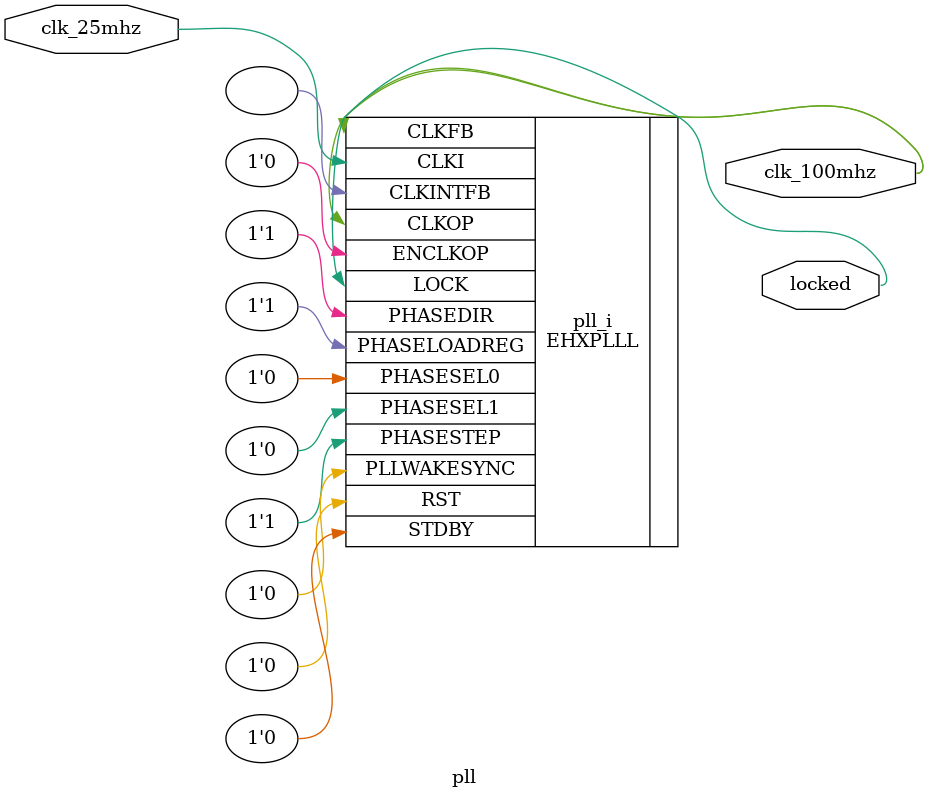
<source format=v>
module pll
(
    input clk_25mhz, // 25 MHz, 0 deg
    output clk_100mhz, // 100 MHz, 0 deg
    output locked
);
(* FREQUENCY_PIN_CLKI="25" *)
(* FREQUENCY_PIN_CLKOP="100" *)
(* ICP_CURRENT="12" *) (* LPF_RESISTOR="8" *) (* MFG_ENABLE_FILTEROPAMP="1" *) (* MFG_GMCREF_SEL="2" *)
EHXPLLL #(
        .PLLRST_ENA("DISABLED"),
        .INTFB_WAKE("DISABLED"),
        .STDBY_ENABLE("DISABLED"),
        .DPHASE_SOURCE("DISABLED"),
        .OUTDIVIDER_MUXA("DIVA"),
        .OUTDIVIDER_MUXB("DIVB"),
        .OUTDIVIDER_MUXC("DIVC"),
        .OUTDIVIDER_MUXD("DIVD"),
        .CLKI_DIV(1),
        .CLKOP_ENABLE("ENABLED"),
        .CLKOP_DIV(6),
        .CLKOP_CPHASE(2),
        .CLKOP_FPHASE(0),
        .FEEDBK_PATH("CLKOP"),
        .CLKFB_DIV(4)
    ) pll_i (
        .RST(1'b0),
        .STDBY(1'b0),
        .CLKI(clk_25mhz),
        .CLKOP(clk_100mhz),
        .CLKFB(clk_100mhz),
        .CLKINTFB(),
        .PHASESEL0(1'b0),
        .PHASESEL1(1'b0),
        .PHASEDIR(1'b1),
        .PHASESTEP(1'b1),
        .PHASELOADREG(1'b1),
        .PLLWAKESYNC(1'b0),
        .ENCLKOP(1'b0),
        .LOCK(locked)
	);
endmodule

</source>
